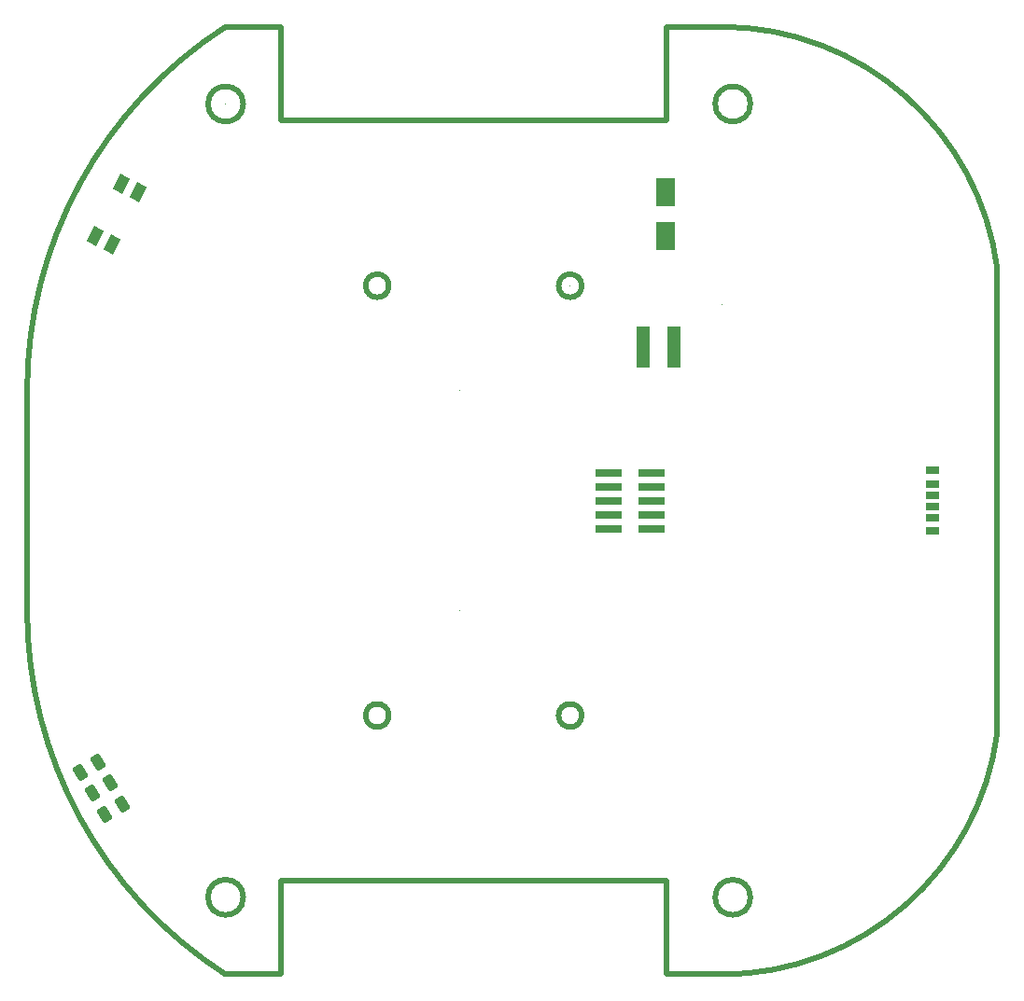
<source format=gbr>
%TF.GenerationSoftware,KiCad,Pcbnew,6.0.7-f9a2dced07~116~ubuntu20.04.1*%
%TF.CreationDate,2022-08-31T16:11:48+02:00*%
%TF.ProjectId,dumber-v3,64756d62-6572-42d7-9633-2e6b69636164,1.1*%
%TF.SameCoordinates,Original*%
%TF.FileFunction,Paste,Top*%
%TF.FilePolarity,Positive*%
%FSLAX46Y46*%
G04 Gerber Fmt 4.6, Leading zero omitted, Abs format (unit mm)*
G04 Created by KiCad (PCBNEW 6.0.7-f9a2dced07~116~ubuntu20.04.1) date 2022-08-31 16:11:48*
%MOMM*%
%LPD*%
G01*
G04 APERTURE LIST*
G04 Aperture macros list*
%AMRoundRect*
0 Rectangle with rounded corners*
0 $1 Rounding radius*
0 $2 $3 $4 $5 $6 $7 $8 $9 X,Y pos of 4 corners*
0 Add a 4 corners polygon primitive as box body*
4,1,4,$2,$3,$4,$5,$6,$7,$8,$9,$2,$3,0*
0 Add four circle primitives for the rounded corners*
1,1,$1+$1,$2,$3*
1,1,$1+$1,$4,$5*
1,1,$1+$1,$6,$7*
1,1,$1+$1,$8,$9*
0 Add four rect primitives between the rounded corners*
20,1,$1+$1,$2,$3,$4,$5,0*
20,1,$1+$1,$4,$5,$6,$7,0*
20,1,$1+$1,$6,$7,$8,$9,0*
20,1,$1+$1,$8,$9,$2,$3,0*%
%AMRotRect*
0 Rectangle, with rotation*
0 The origin of the aperture is its center*
0 $1 length*
0 $2 width*
0 $3 Rotation angle, in degrees counterclockwise*
0 Add horizontal line*
21,1,$1,$2,0,0,$3*%
G04 Aperture macros list end*
%TA.AperFunction,Profile*%
%ADD10C,0.010050*%
%TD*%
%TA.AperFunction,Profile*%
%ADD11C,0.500000*%
%TD*%
%ADD12RotRect,1.550000X1.000000X243.000000*%
%ADD13R,1.800000X2.500000*%
%ADD14RoundRect,0.243750X0.017031X-0.516999X0.439219X-0.273249X-0.017031X0.516999X-0.439219X0.273249X0*%
%ADD15R,1.200000X0.700000*%
%ADD16R,1.200000X0.760000*%
%ADD17R,1.200000X0.800000*%
%ADD18R,2.400000X0.740000*%
%ADD19R,1.200000X3.700000*%
G04 APERTURE END LIST*
D10*
X173755025Y-70000000D02*
G75*
G03*
X173755025Y-70000000I-5025J0D01*
G01*
X141505025Y-86500000D02*
G75*
G03*
X141505025Y-86500000I-5025J0D01*
G01*
D11*
X175350000Y-70000000D02*
G75*
G03*
X175350000Y-70000000I-1600000J0D01*
G01*
X142550000Y-86500000D02*
G75*
G03*
X142550000Y-86500000I-1050000J0D01*
G01*
X167750000Y-63000000D02*
X167750000Y-71500000D01*
X109750000Y-96000000D02*
X109750000Y-116000000D01*
X129350000Y-142000000D02*
G75*
G03*
X129350000Y-142000000I-1600000J0D01*
G01*
X127750000Y-63000000D02*
G75*
G03*
X109750000Y-96000000I21250000J-33000000D01*
G01*
X197750000Y-127000000D02*
X197750000Y-85000000D01*
X129350000Y-70000000D02*
G75*
G03*
X129350000Y-70000000I-1600000J0D01*
G01*
X167750000Y-149000000D02*
X172750000Y-149000000D01*
X172750000Y-63000000D02*
X167750000Y-63000000D01*
D10*
X172755025Y-123795455D02*
G75*
G03*
X172755025Y-123795455I-5025J0D01*
G01*
X159005025Y-125500000D02*
G75*
G03*
X159005025Y-125500000I-5025J0D01*
G01*
X159005025Y-86500000D02*
G75*
G03*
X159005025Y-86500000I-5025J0D01*
G01*
X172755025Y-88204545D02*
G75*
G03*
X172755025Y-88204545I-5025J0D01*
G01*
X149005025Y-116000000D02*
G75*
G03*
X149005025Y-116000000I-5025J0D01*
G01*
D11*
X132750000Y-149000000D02*
X132750000Y-140500000D01*
X167750000Y-140500000D02*
X167750000Y-149000000D01*
X127750000Y-149000000D02*
X132750000Y-149000000D01*
X167750000Y-71500000D02*
X132750000Y-71500000D01*
D10*
X127755025Y-70000000D02*
G75*
G03*
X127755025Y-70000000I-5025J0D01*
G01*
D11*
X109750000Y-116000000D02*
G75*
G03*
X127750000Y-149000000I39250000J0D01*
G01*
X175350000Y-142000000D02*
G75*
G03*
X175350000Y-142000000I-1600000J0D01*
G01*
D10*
X149005025Y-96000000D02*
G75*
G03*
X149005025Y-96000000I-5025J0D01*
G01*
D11*
X132750000Y-63000000D02*
X127750000Y-63000000D01*
X132750000Y-71500000D02*
X132750000Y-63000000D01*
X197750047Y-84999994D02*
G75*
G03*
X172750000Y-63000000I-25000047J-3204606D01*
G01*
X160050000Y-86500000D02*
G75*
G03*
X160050000Y-86500000I-1050000J0D01*
G01*
D10*
X173755025Y-142000000D02*
G75*
G03*
X173755025Y-142000000I-5025J0D01*
G01*
X141505025Y-125500000D02*
G75*
G03*
X141505025Y-125500000I-5025J0D01*
G01*
D11*
X132750000Y-140500000D02*
X167750000Y-140500000D01*
X160050000Y-125500000D02*
G75*
G03*
X160050000Y-125500000I-1050000J0D01*
G01*
X142550000Y-125500000D02*
G75*
G03*
X142550000Y-125500000I-1050000J0D01*
G01*
X172750000Y-149000005D02*
G75*
G03*
X197750000Y-127000000I0J25204545D01*
G01*
D10*
X127755025Y-142000000D02*
G75*
G03*
X127755025Y-142000000I-5025J0D01*
G01*
D12*
%TO.C,SW1*%
X118334370Y-77275216D03*
X115950919Y-81953000D03*
X119849081Y-78047000D03*
X117465630Y-82724784D03*
%TD*%
D13*
%TO.C,D2*%
X167640000Y-78010000D03*
X167640000Y-82010000D03*
%TD*%
D14*
%TO.C,D5*%
X116788101Y-134453750D03*
X118411899Y-133516250D03*
%TD*%
D15*
%TO.C,P1*%
X191835000Y-106530000D03*
D16*
X191835000Y-104510000D03*
D17*
X191835000Y-103280000D03*
D15*
X191835000Y-105530000D03*
D16*
X191835000Y-107550000D03*
D17*
X191835000Y-108780000D03*
%TD*%
D18*
%TO.C,J3*%
X162515000Y-103505000D03*
X166415000Y-103505000D03*
X162515000Y-104775000D03*
X166415000Y-104775000D03*
X162515000Y-106045000D03*
X166415000Y-106045000D03*
X162515000Y-107315000D03*
X166415000Y-107315000D03*
X162515000Y-108585000D03*
X166415000Y-108585000D03*
%TD*%
D19*
%TO.C,L2*%
X168405000Y-92075000D03*
X165605000Y-92075000D03*
%TD*%
D14*
%TO.C,D4*%
X115647101Y-132548750D03*
X117270899Y-131611250D03*
%TD*%
%TO.C,D3*%
X114588101Y-130643750D03*
X116211899Y-129706250D03*
%TD*%
M02*

</source>
